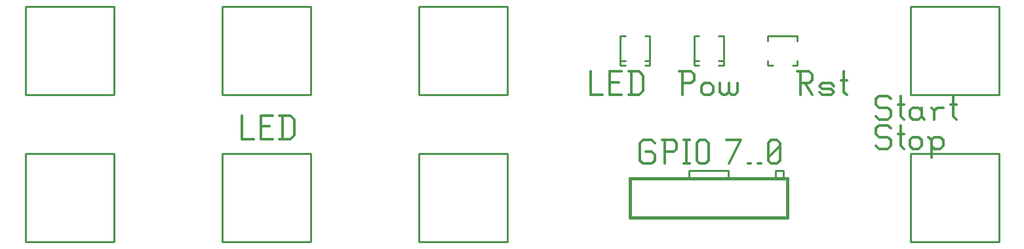
<source format=gbr>
G04 start of page 8 for group -4079 idx -4079 *
G04 Title: (unknown), topsilk *
G04 Creator: pcb 20140316 *
G04 CreationDate: Tue 28 Aug 2018 05:55:18 PM GMT UTC *
G04 For: thomasc *
G04 Format: Gerber/RS-274X *
G04 PCB-Dimensions (mil): 5000.00 1250.00 *
G04 PCB-Coordinate-Origin: lower left *
%MOIN*%
%FSLAX25Y25*%
%LNTOPSILK*%
%ADD59C,0.0150*%
%ADD58C,0.0100*%
%ADD57C,0.0120*%
G54D57*X321000Y54500D02*X322500Y53000D01*
X316500Y54500D02*X321000D01*
X315000Y53000D02*X316500Y54500D01*
X315000Y53000D02*Y44000D01*
X316500Y42500D01*
X321000D01*
X322500Y44000D01*
Y47000D02*Y44000D01*
X321000Y48500D02*X322500Y47000D01*
X318000Y48500D02*X321000D01*
X327600Y54500D02*Y42500D01*
X326100Y54500D02*X332100D01*
X333600Y53000D01*
Y50000D01*
X332100Y48500D02*X333600Y50000D01*
X327600Y48500D02*X332100D01*
X337200Y54500D02*X340200D01*
X338700D02*Y42500D01*
X337200D02*X340200D01*
X343800Y53000D02*Y44000D01*
Y53000D02*X345300Y54500D01*
X348300D01*
X349800Y53000D01*
Y44000D01*
X348300Y42500D02*X349800Y44000D01*
X345300Y42500D02*X348300D01*
X343800Y44000D02*X345300Y42500D01*
X360300D02*X366300Y54500D01*
X358800D02*X366300D01*
X369900Y42500D02*X371400D01*
X375000D02*X376500D01*
X380100Y44000D02*X381600Y42500D01*
X380100Y53000D02*Y44000D01*
Y53000D02*X381600Y54500D01*
X384600D01*
X386100Y53000D01*
Y44000D01*
X384600Y42500D02*X386100Y44000D01*
X381600Y42500D02*X384600D01*
X380100Y45500D02*X386100Y51500D01*
X290000Y89500D02*Y77500D01*
X296000D01*
X299600Y84100D02*X304100D01*
X299600Y77500D02*X305600D01*
X299600Y89500D02*Y77500D01*
Y89500D02*X305600D01*
X310700D02*Y77500D01*
X314600Y89500D02*X316700Y87400D01*
Y79600D01*
X314600Y77500D02*X316700Y79600D01*
X309200Y77500D02*X314600D01*
X309200Y89500D02*X314600D01*
X336500D02*Y77500D01*
X335000Y89500D02*X341000D01*
X342500Y88000D01*
Y85000D01*
X341000Y83500D02*X342500Y85000D01*
X336500Y83500D02*X341000D01*
X346100Y82000D02*Y79000D01*
Y82000D02*X347600Y83500D01*
X350600D01*
X352100Y82000D01*
Y79000D01*
X350600Y77500D02*X352100Y79000D01*
X347600Y77500D02*X350600D01*
X346100Y79000D02*X347600Y77500D01*
X355700Y83500D02*Y79000D01*
X357200Y77500D01*
X358700D01*
X360200Y79000D01*
Y83500D02*Y79000D01*
X361700Y77500D01*
X363200D01*
X364700Y79000D01*
Y83500D02*Y79000D01*
X395000Y89500D02*X401000D01*
X402500Y88000D01*
Y85000D01*
X401000Y83500D02*X402500Y85000D01*
X396500Y83500D02*X401000D01*
X396500Y89500D02*Y77500D01*
X398900Y83500D02*X402500Y77500D01*
X407600D02*X412100D01*
X413600Y79000D01*
X412100Y80500D02*X413600Y79000D01*
X407600Y80500D02*X412100D01*
X406100Y82000D02*X407600Y80500D01*
X406100Y82000D02*X407600Y83500D01*
X412100D01*
X413600Y82000D01*
X406100Y79000D02*X407600Y77500D01*
X418700Y89500D02*Y79000D01*
X420200Y77500D01*
X417200Y85000D02*X420200D01*
X441000Y77000D02*X442500Y75500D01*
X436500Y77000D02*X441000D01*
X435000Y75500D02*X436500Y77000D01*
X435000Y75500D02*Y72500D01*
X436500Y71000D01*
X441000D01*
X442500Y69500D01*
Y66500D01*
X441000Y65000D02*X442500Y66500D01*
X436500Y65000D02*X441000D01*
X435000Y66500D02*X436500Y65000D01*
X447600Y77000D02*Y66500D01*
X449100Y65000D01*
X446100Y72500D02*X449100D01*
X456600Y71000D02*X458100Y69500D01*
X453600Y71000D02*X456600D01*
X452100Y69500D02*X453600Y71000D01*
X452100Y69500D02*Y66500D01*
X453600Y65000D01*
X458100Y71000D02*Y66500D01*
X459600Y65000D01*
X453600D02*X456600D01*
X458100Y66500D01*
X464700Y69500D02*Y65000D01*
Y69500D02*X466200Y71000D01*
X469200D01*
X463200D02*X464700Y69500D01*
X474300Y77000D02*Y66500D01*
X475800Y65000D01*
X472800Y72500D02*X475800D01*
X441000Y62000D02*X442500Y60500D01*
X436500Y62000D02*X441000D01*
X435000Y60500D02*X436500Y62000D01*
X435000Y60500D02*Y57500D01*
X436500Y56000D01*
X441000D01*
X442500Y54500D01*
Y51500D01*
X441000Y50000D02*X442500Y51500D01*
X436500Y50000D02*X441000D01*
X435000Y51500D02*X436500Y50000D01*
X447600Y62000D02*Y51500D01*
X449100Y50000D01*
X446100Y57500D02*X449100D01*
X452100Y54500D02*Y51500D01*
Y54500D02*X453600Y56000D01*
X456600D01*
X458100Y54500D01*
Y51500D01*
X456600Y50000D02*X458100Y51500D01*
X453600Y50000D02*X456600D01*
X452100Y51500D02*X453600Y50000D01*
X463200Y54500D02*Y45500D01*
X461700Y56000D02*X463200Y54500D01*
X464700Y56000D01*
X467700D01*
X469200Y54500D01*
Y51500D01*
X467700Y50000D02*X469200Y51500D01*
X464700Y50000D02*X467700D01*
X463200Y51500D02*X464700Y50000D01*
X112500Y67000D02*Y55000D01*
X118500D01*
X122100Y61600D02*X126600D01*
X122100Y55000D02*X128100D01*
X122100Y67000D02*Y55000D01*
Y67000D02*X128100D01*
X133200D02*Y55000D01*
X137100Y67000D02*X139200Y64900D01*
Y57100D01*
X137100Y55000D02*X139200Y57100D01*
X131700Y55000D02*X137100D01*
X131700Y67000D02*X137100D01*
G54D58*X102500Y77500D02*Y122500D01*
X147500D01*
Y77500D01*
X102500D01*
Y2500D02*Y47500D01*
X147500D01*
Y2500D01*
X102500D01*
X2500Y77500D02*Y122500D01*
X47500D01*
Y77500D01*
X2500D01*
Y2500D02*Y47500D01*
X47500D01*
Y2500D01*
X2500D01*
G54D59*X310000Y35000D02*Y15000D01*
X390000Y35000D02*Y15000D01*
G54D58*X388000Y39000D02*Y35000D01*
G54D59*X310000D02*X390000D01*
G54D58*X384000Y39000D02*X388000D01*
G54D59*X310000Y15000D02*X390000D01*
G54D58*X384000Y39000D02*Y35000D01*
X340000Y39000D02*Y35000D01*
X360000Y39000D02*Y35000D01*
X340000Y39000D02*X359500D01*
X345000Y107500D02*X342500D01*
Y92500D01*
X345000D01*
X355000Y107500D02*X357500D01*
Y92500D01*
X355000D01*
X342500Y95000D02*X345000D01*
X357500D02*X355000D01*
X307500Y107500D02*X305000D01*
Y92500D01*
X307500D01*
X317500Y107500D02*X320000D01*
Y92500D01*
X317500D01*
X305000Y95000D02*X307500D01*
X320000D02*X317500D01*
X380000Y105000D02*Y107500D01*
X395000D01*
Y105000D01*
Y95000D02*Y92500D01*
X392500D01*
X382500D02*X380000D01*
Y95000D01*
X452500Y77500D02*Y122500D01*
X497500D01*
Y77500D01*
X452500D01*
Y2500D02*Y47500D01*
X497500D01*
Y2500D01*
X452500D01*
X202500Y77500D02*Y122500D01*
X247500D01*
Y77500D01*
X202500D01*
Y2500D02*Y47500D01*
X247500D01*
Y2500D01*
X202500D01*
M02*

</source>
